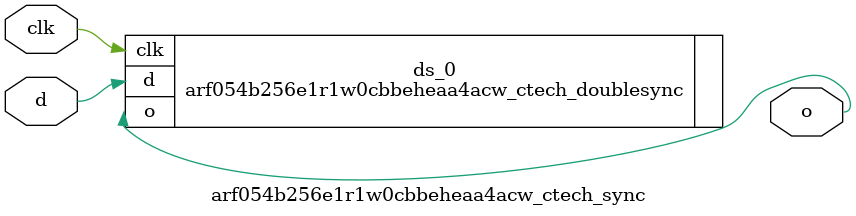
<source format=sv>

`ifndef ARF054B256E1R1W0CBBEHEAA4ACW_CTECH_SYNC_SV
`define ARF054B256E1R1W0CBBEHEAA4ACW_CTECH_SYNC_SV

module arf054b256e1r1w0cbbeheaa4acw_ctech_sync (
  input  logic  clk,
  input  logic  d,

  output logic  o
);

  arf054b256e1r1w0cbbeheaa4acw_ctech_doublesync ds_0 (.o(o), .d(d), .clk(clk));

endmodule // arf054b256e1r1w0cbbeheaa4acw_ctech_sync

`endif // ARF054B256E1R1W0CBBEHEAA4ACW_CTECH_SYNC_SV
</source>
